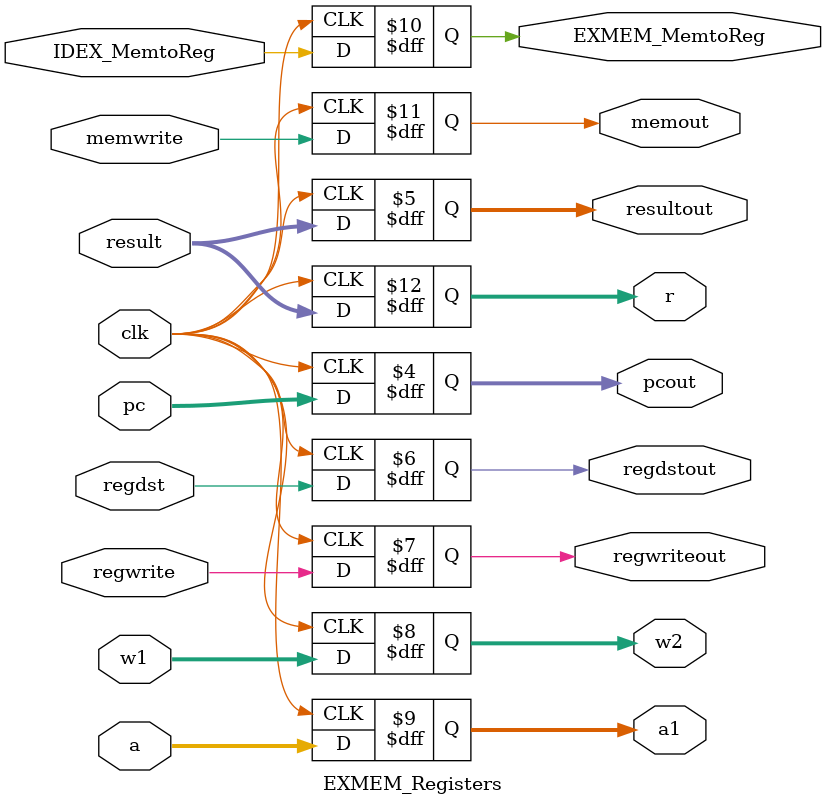
<source format=v>
`timescale 1ns / 1ps
module EXMEM_Registers(clk,r,a,pc,result,regdst,regwrite,memwrite,w1,IDEX_MemtoReg,pcout,resultout,regdstout,regwriteout,memout,w2,EXMEM_MemtoReg,a1);
input clk;       
input [31:0]a;
input [31:0]pc;
input [31:0]result;
input regdst;
input regwrite;
input memwrite;
input [4:0]w1;
input IDEX_MemtoReg;
output reg [31:0]pcout;
output  [31:0]resultout;
output reg regdstout;
output reg regwriteout;
output reg[4:0]w2;
output reg [31:0]a1;
output reg EXMEM_MemtoReg;
output reg memout;
output reg[31:0]r;
reg [31:0]resultout=0;
initial begin
pcout=0;
r=0;
w2=0;
a1=0;
EXMEM_MemtoReg=0;

regdstout=0;
regwriteout=0;
memout=0;
end
always@(posedge clk) begin
resultout=result[31:0];
r=result;
pcout=pc;
w2=w1;
a1=a;
EXMEM_MemtoReg=IDEX_MemtoReg;
regdstout=regdst;
regwriteout=regwrite;
memout=memwrite;
end
endmodule


</source>
